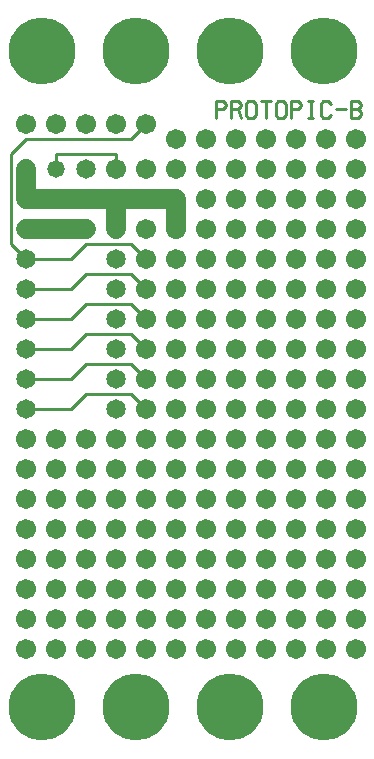
<source format=gtl>
%MOIN*%
%FSLAX25Y25*%
G04 D10 used for Character Trace; *
G04     Circle (OD=.01000) (No hole)*
G04 D11 used for Power Trace; *
G04     Circle (OD=.06700) (No hole)*
G04 D12 used for Signal Trace; *
G04     Circle (OD=.01100) (No hole)*
G04 D13 used for Via; *
G04     Circle (OD=.05800) (Round. Hole ID=.02800)*
G04 D14 used for Component hole; *
G04     Circle (OD=.06500) (Round. Hole ID=.03500)*
G04 D15 used for Component hole; *
G04     Circle (OD=.06700) (Round. Hole ID=.04300)*
G04 D16 used for Component hole; *
G04     Circle (OD=.08100) (Round. Hole ID=.05100)*
G04 D17 used for Component hole; *
G04     Circle (OD=.08900) (Round. Hole ID=.05900)*
G04 D18 used for Component hole; *
G04     Circle (OD=.11300) (Round. Hole ID=.08300)*
G04 D19 used for Component hole; *
G04     Circle (OD=.16000) (Round. Hole ID=.13000)*
G04 D20 used for Component hole; *
G04     Circle (OD=.18300) (Round. Hole ID=.15300)*
G04 D21 used for Component hole; *
G04     Circle (OD=.22291) (Round. Hole ID=.19291)*
%ADD10C,.01000*%
%ADD11C,.06700*%
%ADD12C,.01100*%
%ADD13C,.05800*%
%ADD14C,.06500*%
%ADD15C,.06700*%
%ADD16C,.08100*%
%ADD17C,.08900*%
%ADD18C,.11300*%
%ADD19C,.16000*%
%ADD20C,.18300*%
%ADD21C,.22291*%
%IPPOS*%
%LPD*%
G90*X0Y0D02*D21*X15625Y15625D03*D15*              
X30000Y35000D03*X20000D03*X10000D03*X40000D03*    
Y45000D03*X30000D03*X20000D03*X10000D03*D21*      
X46875Y15625D03*D15*X50000Y35000D03*Y45000D03*    
Y55000D03*X40000D03*X30000D03*X20000D03*X10000D03*
X60000Y35000D03*Y45000D03*Y55000D03*Y65000D03*    
X50000D03*X40000D03*X30000D03*X20000D03*X10000D03*
X70000Y35000D03*Y45000D03*Y55000D03*Y65000D03*    
Y75000D03*X60000D03*X50000D03*X40000D03*X30000D03*
X20000D03*X10000D03*D21*X78125Y15625D03*D15*      
X80000Y35000D03*Y45000D03*Y55000D03*Y65000D03*    
Y75000D03*Y85000D03*X70000D03*X60000D03*X50000D03*
X40000D03*X30000D03*X20000D03*X10000D03*          
X90000Y35000D03*Y45000D03*Y55000D03*Y65000D03*    
Y75000D03*Y85000D03*Y95000D03*X80000D03*X70000D03*
X60000D03*X50000D03*X40000D03*X30000D03*X20000D03*
X10000D03*X100000Y35000D03*Y45000D03*Y55000D03*   
Y65000D03*Y75000D03*Y85000D03*Y95000D03*          
Y105000D03*X90000D03*X80000D03*X70000D03*         
X60000D03*X50000D03*X40000D03*X30000D03*X20000D03*
X10000D03*D21*X109375Y15625D03*D15*               
X110000Y35000D03*Y45000D03*Y55000D03*Y65000D03*   
Y75000D03*Y85000D03*Y95000D03*Y105000D03*         
Y115000D03*X100000D03*X90000D03*X80000D03*        
X70000D03*X60000D03*X50000D03*D12*                
X45000Y120000D01*X30000D01*X25000Y115000D01*      
X10000D01*D14*D03*Y125000D03*D12*X25000D01*       
X30000Y130000D01*X45000D01*X50000Y125000D01*D15*  
D03*X60000Y135000D03*D14*X40000D03*Y115000D03*D15*
X60000Y125000D03*X50000Y135000D03*D12*            
X45000Y140000D01*X30000D01*X25000Y135000D01*      
X10000D01*D14*D03*Y145000D03*D12*X25000D01*       
X30000Y150000D01*X45000D01*X50000Y145000D01*D15*  
D03*X60000Y155000D03*D14*X40000D03*D15*           
X60000Y145000D03*X50000Y155000D03*D12*            
X45000Y160000D01*X30000D01*X25000Y155000D01*      
X10000D01*D14*D03*Y165000D03*D12*X25000D01*       
X30000Y170000D01*X45000D01*X50000Y165000D01*D15*  
D03*X60000Y175000D03*D11*Y185000D01*X40000D01*    
Y175000D01*D14*D03*D15*X50000D03*D11*             
X10000Y185000D02*X40000D01*X10000D02*Y195000D01*  
D14*D03*D12*X5000Y170000D02*Y200000D01*           
X10000Y165000D02*X5000Y170000D01*D14*             
X10000Y175000D03*D11*X30000D01*D13*D03*D14*       
X40000Y165000D03*D15*X50000Y195000D03*X40000D03*  
D12*Y200000D01*X20000D01*Y195000D01*D13*D03*D12*  
X5000Y200000D02*X10000Y205000D01*X45000D01*       
X50000Y210000D01*D15*D03*X60000Y205000D03*        
X40000Y210000D03*X60000Y195000D03*X70000D03*      
Y205000D03*X30000Y210000D03*D14*Y195000D03*D10*   
X73326Y212129D02*Y217871D01*X75837D01*            
X76674Y216914D01*Y215957D01*X75837Y215000D01*     
X73326D01*X78326Y212129D02*Y217871D01*X80837D01*  
X81674Y216914D01*Y215957D01*X80837Y215000D01*     
X78326D01*X80837D02*X81674Y212129D01*             
X86674Y213086D02*X85837Y212129D01*X84163D01*      
X83326Y213086D01*Y216914D01*X84163Y217871D01*     
X85837D01*X86674Y216914D01*Y213086D01*            
X90000Y212129D02*Y217871D01*X88326D02*X91674D01*  
X96674Y213086D02*X95837Y212129D01*X94163D01*      
X93326Y213086D01*Y216914D01*X94163Y217871D01*     
X95837D01*X96674Y216914D01*Y213086D01*            
X98326Y212129D02*Y217871D01*X100837D01*           
X101674Y216914D01*Y215957D01*X100837Y215000D01*   
X98326D01*X105000Y212129D02*Y217871D01*           
X104163Y212129D02*X105837D01*X104163Y217871D02*   
X105837D01*X111674Y213086D02*X110837Y212129D01*   
X109163D01*X108326Y213086D01*Y216914D01*          
X109163Y217871D01*X110837D01*X111674Y216914D01*   
X113326Y215000D02*X116674D01*X118326Y212129D02*   
Y217871D01*X120837D01*X121674Y216914D01*          
Y215957D01*X120837Y215000D01*X121674Y214043D01*   
Y213086D01*X120837Y212129D01*X118326D01*          
Y215000D02*X120837D01*D21*X46875Y234375D03*D15*   
X70000Y185000D03*X80000D03*Y195000D03*Y205000D03* 
X20000Y210000D03*D21*X78125Y234375D03*X15625D03*  
D15*X70000Y175000D03*X80000D03*X90000D03*         
Y185000D03*Y195000D03*Y205000D03*X10000Y210000D03*
X60000Y165000D03*X70000D03*X80000D03*X90000D03*   
X100000D03*Y175000D03*Y185000D03*Y195000D03*      
Y205000D03*X70000Y155000D03*X80000D03*X90000D03*  
X100000D03*X110000D03*Y165000D03*Y175000D03*      
Y185000D03*Y195000D03*Y205000D03*D21*             
X109375Y234375D03*D14*X40000Y145000D03*D15*       
X70000D03*X80000D03*X90000D03*X100000D03*         
X110000D03*X120000D03*Y155000D03*Y165000D03*      
Y175000D03*Y185000D03*Y195000D03*Y205000D03*      
X70000Y135000D03*X80000D03*X90000D03*X100000D03*  
X110000D03*X120000D03*D14*X40000Y125000D03*D15*   
X70000D03*X80000D03*X90000D03*X100000D03*         
X110000D03*X120000D03*Y115000D03*Y105000D03*      
Y95000D03*Y85000D03*Y75000D03*Y65000D03*Y55000D03*
Y45000D03*Y35000D03*M02*                          

</source>
